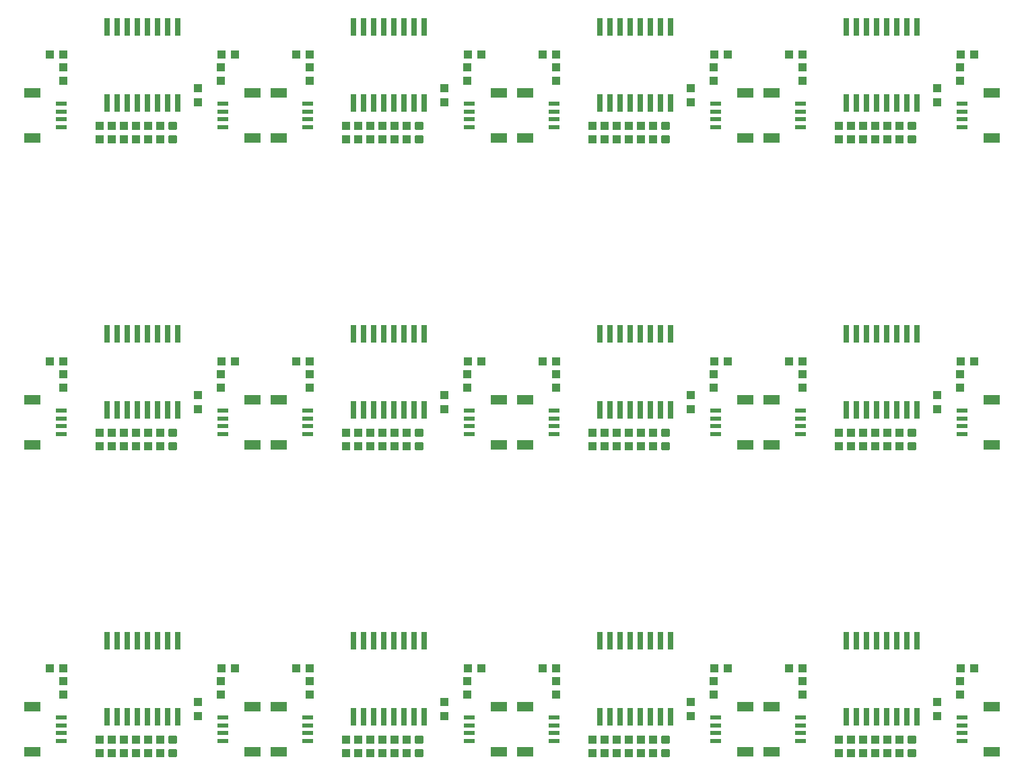
<source format=gtp>
G04 EAGLE Gerber RS-274X export*
G75*
%MOMM*%
%FSLAX34Y34*%
%LPD*%
%INSolderpaste Top*%
%IPPOS*%
%AMOC8*
5,1,8,0,0,1.08239X$1,22.5*%
G01*
%ADD10R,2.000000X1.200000*%
%ADD11R,1.350000X0.600000*%
%ADD12R,1.000000X1.100000*%
%ADD13C,0.300000*%
%ADD14R,0.650000X2.250000*%
%ADD15R,1.100000X1.000000*%


D10*
X14050Y129600D03*
X14050Y73600D03*
D11*
X50800Y116600D03*
X50800Y106600D03*
X50800Y96600D03*
X50800Y86600D03*
D10*
X290750Y73600D03*
X290750Y129600D03*
D11*
X254000Y86600D03*
X254000Y96600D03*
X254000Y106600D03*
X254000Y116600D03*
D12*
X175260Y71510D03*
X175260Y88510D03*
D13*
X187000Y85280D02*
X194000Y85280D01*
X187000Y85280D02*
X187000Y92280D01*
X194000Y92280D01*
X194000Y85280D01*
X194000Y88130D02*
X187000Y88130D01*
X187000Y90980D02*
X194000Y90980D01*
X194000Y67740D02*
X187000Y67740D01*
X187000Y74740D01*
X194000Y74740D01*
X194000Y67740D01*
X194000Y70590D02*
X187000Y70590D01*
X187000Y73440D02*
X194000Y73440D01*
D12*
X144780Y88510D03*
X144780Y71510D03*
X129540Y88510D03*
X129540Y71510D03*
X160020Y88510D03*
X160020Y71510D03*
D14*
X196850Y212600D03*
X184150Y212600D03*
X171450Y212600D03*
X158750Y212600D03*
X146050Y212600D03*
X133350Y212600D03*
X120650Y212600D03*
X107950Y212600D03*
X107950Y117600D03*
X120650Y117600D03*
X133350Y117600D03*
X146050Y117600D03*
X158750Y117600D03*
X171450Y117600D03*
X184150Y117600D03*
X196850Y117600D03*
D12*
X114300Y71510D03*
X114300Y88510D03*
X99060Y71510D03*
X99060Y88510D03*
D15*
X268850Y177800D03*
X251850Y177800D03*
D12*
X251460Y162170D03*
X251460Y145170D03*
D15*
X35950Y177800D03*
X52950Y177800D03*
D12*
X53340Y162170D03*
X53340Y145170D03*
X222250Y135500D03*
X222250Y118500D03*
D10*
X323930Y129600D03*
X323930Y73600D03*
D11*
X360680Y116600D03*
X360680Y106600D03*
X360680Y96600D03*
X360680Y86600D03*
D10*
X600630Y73600D03*
X600630Y129600D03*
D11*
X563880Y86600D03*
X563880Y96600D03*
X563880Y106600D03*
X563880Y116600D03*
D12*
X485140Y71510D03*
X485140Y88510D03*
D13*
X496880Y85280D02*
X503880Y85280D01*
X496880Y85280D02*
X496880Y92280D01*
X503880Y92280D01*
X503880Y85280D01*
X503880Y88130D02*
X496880Y88130D01*
X496880Y90980D02*
X503880Y90980D01*
X503880Y67740D02*
X496880Y67740D01*
X496880Y74740D01*
X503880Y74740D01*
X503880Y67740D01*
X503880Y70590D02*
X496880Y70590D01*
X496880Y73440D02*
X503880Y73440D01*
D12*
X454660Y88510D03*
X454660Y71510D03*
X439420Y88510D03*
X439420Y71510D03*
X469900Y88510D03*
X469900Y71510D03*
D14*
X506730Y212600D03*
X494030Y212600D03*
X481330Y212600D03*
X468630Y212600D03*
X455930Y212600D03*
X443230Y212600D03*
X430530Y212600D03*
X417830Y212600D03*
X417830Y117600D03*
X430530Y117600D03*
X443230Y117600D03*
X455930Y117600D03*
X468630Y117600D03*
X481330Y117600D03*
X494030Y117600D03*
X506730Y117600D03*
D12*
X424180Y71510D03*
X424180Y88510D03*
X408940Y71510D03*
X408940Y88510D03*
D15*
X578730Y177800D03*
X561730Y177800D03*
D12*
X561340Y162170D03*
X561340Y145170D03*
D15*
X345830Y177800D03*
X362830Y177800D03*
D12*
X363220Y162170D03*
X363220Y145170D03*
X532130Y135500D03*
X532130Y118500D03*
D10*
X633810Y129600D03*
X633810Y73600D03*
D11*
X670560Y116600D03*
X670560Y106600D03*
X670560Y96600D03*
X670560Y86600D03*
D10*
X910510Y73600D03*
X910510Y129600D03*
D11*
X873760Y86600D03*
X873760Y96600D03*
X873760Y106600D03*
X873760Y116600D03*
D12*
X795020Y71510D03*
X795020Y88510D03*
D13*
X806760Y85280D02*
X813760Y85280D01*
X806760Y85280D02*
X806760Y92280D01*
X813760Y92280D01*
X813760Y85280D01*
X813760Y88130D02*
X806760Y88130D01*
X806760Y90980D02*
X813760Y90980D01*
X813760Y67740D02*
X806760Y67740D01*
X806760Y74740D01*
X813760Y74740D01*
X813760Y67740D01*
X813760Y70590D02*
X806760Y70590D01*
X806760Y73440D02*
X813760Y73440D01*
D12*
X764540Y88510D03*
X764540Y71510D03*
X749300Y88510D03*
X749300Y71510D03*
X779780Y88510D03*
X779780Y71510D03*
D14*
X816610Y212600D03*
X803910Y212600D03*
X791210Y212600D03*
X778510Y212600D03*
X765810Y212600D03*
X753110Y212600D03*
X740410Y212600D03*
X727710Y212600D03*
X727710Y117600D03*
X740410Y117600D03*
X753110Y117600D03*
X765810Y117600D03*
X778510Y117600D03*
X791210Y117600D03*
X803910Y117600D03*
X816610Y117600D03*
D12*
X734060Y71510D03*
X734060Y88510D03*
X718820Y71510D03*
X718820Y88510D03*
D15*
X888610Y177800D03*
X871610Y177800D03*
D12*
X871220Y162170D03*
X871220Y145170D03*
D15*
X655710Y177800D03*
X672710Y177800D03*
D12*
X673100Y162170D03*
X673100Y145170D03*
X842010Y135500D03*
X842010Y118500D03*
D10*
X943690Y129600D03*
X943690Y73600D03*
D11*
X980440Y116600D03*
X980440Y106600D03*
X980440Y96600D03*
X980440Y86600D03*
D10*
X1220390Y73600D03*
X1220390Y129600D03*
D11*
X1183640Y86600D03*
X1183640Y96600D03*
X1183640Y106600D03*
X1183640Y116600D03*
D12*
X1104900Y71510D03*
X1104900Y88510D03*
D13*
X1116640Y85280D02*
X1123640Y85280D01*
X1116640Y85280D02*
X1116640Y92280D01*
X1123640Y92280D01*
X1123640Y85280D01*
X1123640Y88130D02*
X1116640Y88130D01*
X1116640Y90980D02*
X1123640Y90980D01*
X1123640Y67740D02*
X1116640Y67740D01*
X1116640Y74740D01*
X1123640Y74740D01*
X1123640Y67740D01*
X1123640Y70590D02*
X1116640Y70590D01*
X1116640Y73440D02*
X1123640Y73440D01*
D12*
X1074420Y88510D03*
X1074420Y71510D03*
X1059180Y88510D03*
X1059180Y71510D03*
X1089660Y88510D03*
X1089660Y71510D03*
D14*
X1126490Y212600D03*
X1113790Y212600D03*
X1101090Y212600D03*
X1088390Y212600D03*
X1075690Y212600D03*
X1062990Y212600D03*
X1050290Y212600D03*
X1037590Y212600D03*
X1037590Y117600D03*
X1050290Y117600D03*
X1062990Y117600D03*
X1075690Y117600D03*
X1088390Y117600D03*
X1101090Y117600D03*
X1113790Y117600D03*
X1126490Y117600D03*
D12*
X1043940Y71510D03*
X1043940Y88510D03*
X1028700Y71510D03*
X1028700Y88510D03*
D15*
X1198490Y177800D03*
X1181490Y177800D03*
D12*
X1181100Y162170D03*
X1181100Y145170D03*
D15*
X965590Y177800D03*
X982590Y177800D03*
D12*
X982980Y162170D03*
X982980Y145170D03*
X1151890Y135500D03*
X1151890Y118500D03*
D10*
X14050Y515680D03*
X14050Y459680D03*
D11*
X50800Y502680D03*
X50800Y492680D03*
X50800Y482680D03*
X50800Y472680D03*
D10*
X290750Y459680D03*
X290750Y515680D03*
D11*
X254000Y472680D03*
X254000Y482680D03*
X254000Y492680D03*
X254000Y502680D03*
D12*
X175260Y457590D03*
X175260Y474590D03*
D13*
X187000Y471360D02*
X194000Y471360D01*
X187000Y471360D02*
X187000Y478360D01*
X194000Y478360D01*
X194000Y471360D01*
X194000Y474210D02*
X187000Y474210D01*
X187000Y477060D02*
X194000Y477060D01*
X194000Y453820D02*
X187000Y453820D01*
X187000Y460820D01*
X194000Y460820D01*
X194000Y453820D01*
X194000Y456670D02*
X187000Y456670D01*
X187000Y459520D02*
X194000Y459520D01*
D12*
X144780Y474590D03*
X144780Y457590D03*
X129540Y474590D03*
X129540Y457590D03*
X160020Y474590D03*
X160020Y457590D03*
D14*
X196850Y598680D03*
X184150Y598680D03*
X171450Y598680D03*
X158750Y598680D03*
X146050Y598680D03*
X133350Y598680D03*
X120650Y598680D03*
X107950Y598680D03*
X107950Y503680D03*
X120650Y503680D03*
X133350Y503680D03*
X146050Y503680D03*
X158750Y503680D03*
X171450Y503680D03*
X184150Y503680D03*
X196850Y503680D03*
D12*
X114300Y457590D03*
X114300Y474590D03*
X99060Y457590D03*
X99060Y474590D03*
D15*
X268850Y563880D03*
X251850Y563880D03*
D12*
X251460Y548250D03*
X251460Y531250D03*
D15*
X35950Y563880D03*
X52950Y563880D03*
D12*
X53340Y548250D03*
X53340Y531250D03*
X222250Y521580D03*
X222250Y504580D03*
D10*
X323930Y515680D03*
X323930Y459680D03*
D11*
X360680Y502680D03*
X360680Y492680D03*
X360680Y482680D03*
X360680Y472680D03*
D10*
X600630Y459680D03*
X600630Y515680D03*
D11*
X563880Y472680D03*
X563880Y482680D03*
X563880Y492680D03*
X563880Y502680D03*
D12*
X485140Y457590D03*
X485140Y474590D03*
D13*
X496880Y471360D02*
X503880Y471360D01*
X496880Y471360D02*
X496880Y478360D01*
X503880Y478360D01*
X503880Y471360D01*
X503880Y474210D02*
X496880Y474210D01*
X496880Y477060D02*
X503880Y477060D01*
X503880Y453820D02*
X496880Y453820D01*
X496880Y460820D01*
X503880Y460820D01*
X503880Y453820D01*
X503880Y456670D02*
X496880Y456670D01*
X496880Y459520D02*
X503880Y459520D01*
D12*
X454660Y474590D03*
X454660Y457590D03*
X439420Y474590D03*
X439420Y457590D03*
X469900Y474590D03*
X469900Y457590D03*
D14*
X506730Y598680D03*
X494030Y598680D03*
X481330Y598680D03*
X468630Y598680D03*
X455930Y598680D03*
X443230Y598680D03*
X430530Y598680D03*
X417830Y598680D03*
X417830Y503680D03*
X430530Y503680D03*
X443230Y503680D03*
X455930Y503680D03*
X468630Y503680D03*
X481330Y503680D03*
X494030Y503680D03*
X506730Y503680D03*
D12*
X424180Y457590D03*
X424180Y474590D03*
X408940Y457590D03*
X408940Y474590D03*
D15*
X578730Y563880D03*
X561730Y563880D03*
D12*
X561340Y548250D03*
X561340Y531250D03*
D15*
X345830Y563880D03*
X362830Y563880D03*
D12*
X363220Y548250D03*
X363220Y531250D03*
X532130Y521580D03*
X532130Y504580D03*
D10*
X633810Y515680D03*
X633810Y459680D03*
D11*
X670560Y502680D03*
X670560Y492680D03*
X670560Y482680D03*
X670560Y472680D03*
D10*
X910510Y459680D03*
X910510Y515680D03*
D11*
X873760Y472680D03*
X873760Y482680D03*
X873760Y492680D03*
X873760Y502680D03*
D12*
X795020Y457590D03*
X795020Y474590D03*
D13*
X806760Y471360D02*
X813760Y471360D01*
X806760Y471360D02*
X806760Y478360D01*
X813760Y478360D01*
X813760Y471360D01*
X813760Y474210D02*
X806760Y474210D01*
X806760Y477060D02*
X813760Y477060D01*
X813760Y453820D02*
X806760Y453820D01*
X806760Y460820D01*
X813760Y460820D01*
X813760Y453820D01*
X813760Y456670D02*
X806760Y456670D01*
X806760Y459520D02*
X813760Y459520D01*
D12*
X764540Y474590D03*
X764540Y457590D03*
X749300Y474590D03*
X749300Y457590D03*
X779780Y474590D03*
X779780Y457590D03*
D14*
X816610Y598680D03*
X803910Y598680D03*
X791210Y598680D03*
X778510Y598680D03*
X765810Y598680D03*
X753110Y598680D03*
X740410Y598680D03*
X727710Y598680D03*
X727710Y503680D03*
X740410Y503680D03*
X753110Y503680D03*
X765810Y503680D03*
X778510Y503680D03*
X791210Y503680D03*
X803910Y503680D03*
X816610Y503680D03*
D12*
X734060Y457590D03*
X734060Y474590D03*
X718820Y457590D03*
X718820Y474590D03*
D15*
X888610Y563880D03*
X871610Y563880D03*
D12*
X871220Y548250D03*
X871220Y531250D03*
D15*
X655710Y563880D03*
X672710Y563880D03*
D12*
X673100Y548250D03*
X673100Y531250D03*
X842010Y521580D03*
X842010Y504580D03*
D10*
X943690Y515680D03*
X943690Y459680D03*
D11*
X980440Y502680D03*
X980440Y492680D03*
X980440Y482680D03*
X980440Y472680D03*
D10*
X1220390Y459680D03*
X1220390Y515680D03*
D11*
X1183640Y472680D03*
X1183640Y482680D03*
X1183640Y492680D03*
X1183640Y502680D03*
D12*
X1104900Y457590D03*
X1104900Y474590D03*
D13*
X1116640Y471360D02*
X1123640Y471360D01*
X1116640Y471360D02*
X1116640Y478360D01*
X1123640Y478360D01*
X1123640Y471360D01*
X1123640Y474210D02*
X1116640Y474210D01*
X1116640Y477060D02*
X1123640Y477060D01*
X1123640Y453820D02*
X1116640Y453820D01*
X1116640Y460820D01*
X1123640Y460820D01*
X1123640Y453820D01*
X1123640Y456670D02*
X1116640Y456670D01*
X1116640Y459520D02*
X1123640Y459520D01*
D12*
X1074420Y474590D03*
X1074420Y457590D03*
X1059180Y474590D03*
X1059180Y457590D03*
X1089660Y474590D03*
X1089660Y457590D03*
D14*
X1126490Y598680D03*
X1113790Y598680D03*
X1101090Y598680D03*
X1088390Y598680D03*
X1075690Y598680D03*
X1062990Y598680D03*
X1050290Y598680D03*
X1037590Y598680D03*
X1037590Y503680D03*
X1050290Y503680D03*
X1062990Y503680D03*
X1075690Y503680D03*
X1088390Y503680D03*
X1101090Y503680D03*
X1113790Y503680D03*
X1126490Y503680D03*
D12*
X1043940Y457590D03*
X1043940Y474590D03*
X1028700Y457590D03*
X1028700Y474590D03*
D15*
X1198490Y563880D03*
X1181490Y563880D03*
D12*
X1181100Y548250D03*
X1181100Y531250D03*
D15*
X965590Y563880D03*
X982590Y563880D03*
D12*
X982980Y548250D03*
X982980Y531250D03*
X1151890Y521580D03*
X1151890Y504580D03*
D10*
X14050Y901760D03*
X14050Y845760D03*
D11*
X50800Y888760D03*
X50800Y878760D03*
X50800Y868760D03*
X50800Y858760D03*
D10*
X290750Y845760D03*
X290750Y901760D03*
D11*
X254000Y858760D03*
X254000Y868760D03*
X254000Y878760D03*
X254000Y888760D03*
D12*
X175260Y843670D03*
X175260Y860670D03*
D13*
X187000Y857440D02*
X194000Y857440D01*
X187000Y857440D02*
X187000Y864440D01*
X194000Y864440D01*
X194000Y857440D01*
X194000Y860290D02*
X187000Y860290D01*
X187000Y863140D02*
X194000Y863140D01*
X194000Y839900D02*
X187000Y839900D01*
X187000Y846900D01*
X194000Y846900D01*
X194000Y839900D01*
X194000Y842750D02*
X187000Y842750D01*
X187000Y845600D02*
X194000Y845600D01*
D12*
X144780Y860670D03*
X144780Y843670D03*
X129540Y860670D03*
X129540Y843670D03*
X160020Y860670D03*
X160020Y843670D03*
D14*
X196850Y984760D03*
X184150Y984760D03*
X171450Y984760D03*
X158750Y984760D03*
X146050Y984760D03*
X133350Y984760D03*
X120650Y984760D03*
X107950Y984760D03*
X107950Y889760D03*
X120650Y889760D03*
X133350Y889760D03*
X146050Y889760D03*
X158750Y889760D03*
X171450Y889760D03*
X184150Y889760D03*
X196850Y889760D03*
D12*
X114300Y843670D03*
X114300Y860670D03*
X99060Y843670D03*
X99060Y860670D03*
D15*
X268850Y949960D03*
X251850Y949960D03*
D12*
X251460Y934330D03*
X251460Y917330D03*
D15*
X35950Y949960D03*
X52950Y949960D03*
D12*
X53340Y934330D03*
X53340Y917330D03*
X222250Y907660D03*
X222250Y890660D03*
D10*
X323930Y901760D03*
X323930Y845760D03*
D11*
X360680Y888760D03*
X360680Y878760D03*
X360680Y868760D03*
X360680Y858760D03*
D10*
X600630Y845760D03*
X600630Y901760D03*
D11*
X563880Y858760D03*
X563880Y868760D03*
X563880Y878760D03*
X563880Y888760D03*
D12*
X485140Y843670D03*
X485140Y860670D03*
D13*
X496880Y857440D02*
X503880Y857440D01*
X496880Y857440D02*
X496880Y864440D01*
X503880Y864440D01*
X503880Y857440D01*
X503880Y860290D02*
X496880Y860290D01*
X496880Y863140D02*
X503880Y863140D01*
X503880Y839900D02*
X496880Y839900D01*
X496880Y846900D01*
X503880Y846900D01*
X503880Y839900D01*
X503880Y842750D02*
X496880Y842750D01*
X496880Y845600D02*
X503880Y845600D01*
D12*
X454660Y860670D03*
X454660Y843670D03*
X439420Y860670D03*
X439420Y843670D03*
X469900Y860670D03*
X469900Y843670D03*
D14*
X506730Y984760D03*
X494030Y984760D03*
X481330Y984760D03*
X468630Y984760D03*
X455930Y984760D03*
X443230Y984760D03*
X430530Y984760D03*
X417830Y984760D03*
X417830Y889760D03*
X430530Y889760D03*
X443230Y889760D03*
X455930Y889760D03*
X468630Y889760D03*
X481330Y889760D03*
X494030Y889760D03*
X506730Y889760D03*
D12*
X424180Y843670D03*
X424180Y860670D03*
X408940Y843670D03*
X408940Y860670D03*
D15*
X578730Y949960D03*
X561730Y949960D03*
D12*
X561340Y934330D03*
X561340Y917330D03*
D15*
X345830Y949960D03*
X362830Y949960D03*
D12*
X363220Y934330D03*
X363220Y917330D03*
X532130Y907660D03*
X532130Y890660D03*
D10*
X633810Y901760D03*
X633810Y845760D03*
D11*
X670560Y888760D03*
X670560Y878760D03*
X670560Y868760D03*
X670560Y858760D03*
D10*
X910510Y845760D03*
X910510Y901760D03*
D11*
X873760Y858760D03*
X873760Y868760D03*
X873760Y878760D03*
X873760Y888760D03*
D12*
X795020Y843670D03*
X795020Y860670D03*
D13*
X806760Y857440D02*
X813760Y857440D01*
X806760Y857440D02*
X806760Y864440D01*
X813760Y864440D01*
X813760Y857440D01*
X813760Y860290D02*
X806760Y860290D01*
X806760Y863140D02*
X813760Y863140D01*
X813760Y839900D02*
X806760Y839900D01*
X806760Y846900D01*
X813760Y846900D01*
X813760Y839900D01*
X813760Y842750D02*
X806760Y842750D01*
X806760Y845600D02*
X813760Y845600D01*
D12*
X764540Y860670D03*
X764540Y843670D03*
X749300Y860670D03*
X749300Y843670D03*
X779780Y860670D03*
X779780Y843670D03*
D14*
X816610Y984760D03*
X803910Y984760D03*
X791210Y984760D03*
X778510Y984760D03*
X765810Y984760D03*
X753110Y984760D03*
X740410Y984760D03*
X727710Y984760D03*
X727710Y889760D03*
X740410Y889760D03*
X753110Y889760D03*
X765810Y889760D03*
X778510Y889760D03*
X791210Y889760D03*
X803910Y889760D03*
X816610Y889760D03*
D12*
X734060Y843670D03*
X734060Y860670D03*
X718820Y843670D03*
X718820Y860670D03*
D15*
X888610Y949960D03*
X871610Y949960D03*
D12*
X871220Y934330D03*
X871220Y917330D03*
D15*
X655710Y949960D03*
X672710Y949960D03*
D12*
X673100Y934330D03*
X673100Y917330D03*
X842010Y907660D03*
X842010Y890660D03*
D10*
X943690Y901760D03*
X943690Y845760D03*
D11*
X980440Y888760D03*
X980440Y878760D03*
X980440Y868760D03*
X980440Y858760D03*
D10*
X1220390Y845760D03*
X1220390Y901760D03*
D11*
X1183640Y858760D03*
X1183640Y868760D03*
X1183640Y878760D03*
X1183640Y888760D03*
D12*
X1104900Y843670D03*
X1104900Y860670D03*
D13*
X1116640Y857440D02*
X1123640Y857440D01*
X1116640Y857440D02*
X1116640Y864440D01*
X1123640Y864440D01*
X1123640Y857440D01*
X1123640Y860290D02*
X1116640Y860290D01*
X1116640Y863140D02*
X1123640Y863140D01*
X1123640Y839900D02*
X1116640Y839900D01*
X1116640Y846900D01*
X1123640Y846900D01*
X1123640Y839900D01*
X1123640Y842750D02*
X1116640Y842750D01*
X1116640Y845600D02*
X1123640Y845600D01*
D12*
X1074420Y860670D03*
X1074420Y843670D03*
X1059180Y860670D03*
X1059180Y843670D03*
X1089660Y860670D03*
X1089660Y843670D03*
D14*
X1126490Y984760D03*
X1113790Y984760D03*
X1101090Y984760D03*
X1088390Y984760D03*
X1075690Y984760D03*
X1062990Y984760D03*
X1050290Y984760D03*
X1037590Y984760D03*
X1037590Y889760D03*
X1050290Y889760D03*
X1062990Y889760D03*
X1075690Y889760D03*
X1088390Y889760D03*
X1101090Y889760D03*
X1113790Y889760D03*
X1126490Y889760D03*
D12*
X1043940Y843670D03*
X1043940Y860670D03*
X1028700Y843670D03*
X1028700Y860670D03*
D15*
X1198490Y949960D03*
X1181490Y949960D03*
D12*
X1181100Y934330D03*
X1181100Y917330D03*
D15*
X965590Y949960D03*
X982590Y949960D03*
D12*
X982980Y934330D03*
X982980Y917330D03*
X1151890Y907660D03*
X1151890Y890660D03*
M02*

</source>
